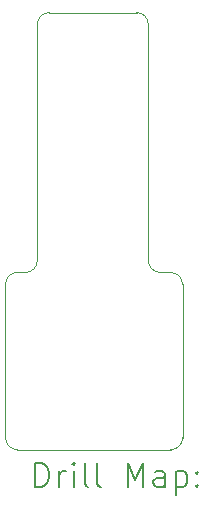
<source format=gbr>
%TF.GenerationSoftware,KiCad,Pcbnew,(6.0.11)*%
%TF.CreationDate,2024-01-05T01:13:56+00:00*%
%TF.ProjectId,EcoIDSolder,45636f49-4453-46f6-9c64-65722e6b6963,rev?*%
%TF.SameCoordinates,Original*%
%TF.FileFunction,Drillmap*%
%TF.FilePolarity,Positive*%
%FSLAX45Y45*%
G04 Gerber Fmt 4.5, Leading zero omitted, Abs format (unit mm)*
G04 Created by KiCad (PCBNEW (6.0.11)) date 2024-01-05 01:13:56*
%MOMM*%
%LPD*%
G01*
G04 APERTURE LIST*
%ADD10C,0.100000*%
%ADD11C,0.200000*%
G04 APERTURE END LIST*
D10*
X14300000Y-9080000D02*
X14300000Y-7080000D01*
X15240000Y-9080000D02*
G75*
G03*
X15340000Y-9180000I100000J0D01*
G01*
X14400000Y-6980000D02*
G75*
G03*
X14300000Y-7080000I0J-100000D01*
G01*
X14030000Y-10580000D02*
X14030000Y-9280000D01*
X14030000Y-10580000D02*
G75*
G03*
X14130000Y-10680000I100000J0D01*
G01*
X15240000Y-7080000D02*
G75*
G03*
X15140000Y-6980000I-100000J0D01*
G01*
X15429289Y-9180711D02*
X15340000Y-9180000D01*
X15240000Y-7080000D02*
X15240000Y-9080000D01*
X14130000Y-9180000D02*
X14200000Y-9180000D01*
X15529289Y-9280711D02*
G75*
G03*
X15429289Y-9180711I-99999J1D01*
G01*
X15430000Y-10680000D02*
G75*
G03*
X15530000Y-10580000I0J100000D01*
G01*
X14400000Y-6980000D02*
X15140000Y-6980000D01*
X14130000Y-10680000D02*
X15430000Y-10680000D01*
X14200000Y-9180000D02*
G75*
G03*
X14300000Y-9080000I0J100000D01*
G01*
X14130000Y-9180000D02*
G75*
G03*
X14030000Y-9280000I0J-100000D01*
G01*
X15530000Y-10580000D02*
X15529289Y-9280711D01*
D11*
X14282619Y-10995476D02*
X14282619Y-10795476D01*
X14330238Y-10795476D01*
X14358809Y-10805000D01*
X14377857Y-10824048D01*
X14387381Y-10843095D01*
X14396905Y-10881190D01*
X14396905Y-10909762D01*
X14387381Y-10947857D01*
X14377857Y-10966905D01*
X14358809Y-10985952D01*
X14330238Y-10995476D01*
X14282619Y-10995476D01*
X14482619Y-10995476D02*
X14482619Y-10862143D01*
X14482619Y-10900238D02*
X14492143Y-10881190D01*
X14501667Y-10871667D01*
X14520714Y-10862143D01*
X14539762Y-10862143D01*
X14606428Y-10995476D02*
X14606428Y-10862143D01*
X14606428Y-10795476D02*
X14596905Y-10805000D01*
X14606428Y-10814524D01*
X14615952Y-10805000D01*
X14606428Y-10795476D01*
X14606428Y-10814524D01*
X14730238Y-10995476D02*
X14711190Y-10985952D01*
X14701667Y-10966905D01*
X14701667Y-10795476D01*
X14835000Y-10995476D02*
X14815952Y-10985952D01*
X14806428Y-10966905D01*
X14806428Y-10795476D01*
X15063571Y-10995476D02*
X15063571Y-10795476D01*
X15130238Y-10938333D01*
X15196905Y-10795476D01*
X15196905Y-10995476D01*
X15377857Y-10995476D02*
X15377857Y-10890714D01*
X15368333Y-10871667D01*
X15349286Y-10862143D01*
X15311190Y-10862143D01*
X15292143Y-10871667D01*
X15377857Y-10985952D02*
X15358809Y-10995476D01*
X15311190Y-10995476D01*
X15292143Y-10985952D01*
X15282619Y-10966905D01*
X15282619Y-10947857D01*
X15292143Y-10928810D01*
X15311190Y-10919286D01*
X15358809Y-10919286D01*
X15377857Y-10909762D01*
X15473095Y-10862143D02*
X15473095Y-11062143D01*
X15473095Y-10871667D02*
X15492143Y-10862143D01*
X15530238Y-10862143D01*
X15549286Y-10871667D01*
X15558809Y-10881190D01*
X15568333Y-10900238D01*
X15568333Y-10957381D01*
X15558809Y-10976429D01*
X15549286Y-10985952D01*
X15530238Y-10995476D01*
X15492143Y-10995476D01*
X15473095Y-10985952D01*
X15654048Y-10976429D02*
X15663571Y-10985952D01*
X15654048Y-10995476D01*
X15644524Y-10985952D01*
X15654048Y-10976429D01*
X15654048Y-10995476D01*
X15654048Y-10871667D02*
X15663571Y-10881190D01*
X15654048Y-10890714D01*
X15644524Y-10881190D01*
X15654048Y-10871667D01*
X15654048Y-10890714D01*
M02*

</source>
